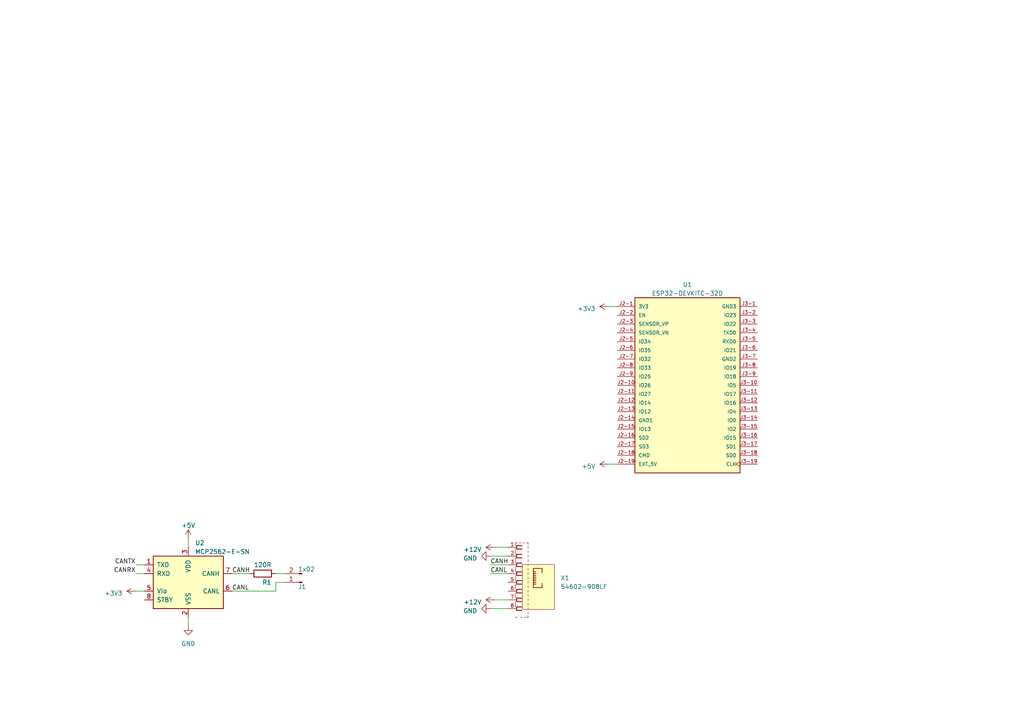
<source format=kicad_sch>
(kicad_sch (version 20230121) (generator eeschema)
  (paper "A4")
  (title_block (title "Prop Template") (date "2023-04-26") (rev "v0.0") (company "Adam Billingsley"))
  (lib_symbols
    (symbol "54602-908LF:54602-908LF" (pin_names (offset 1.016) hide)
      (property "Reference" "X" (at 5.08 10.16 0))
      (property "Value" "54602-908LF" (at 5.08 -10.1854 0))
      (symbol "54602-908LF_0_0"
        (polyline (pts (xy -0.381 -10.16) (xy 0.254 -10.16)) (stroke (width 0.127)))
        (polyline (pts (xy -0.381 -5.588) (xy -0.381 -7.112)) (stroke (width 0.127)))
        (polyline (pts (xy -0.381 -3.048) (xy -0.381 -4.572)) (stroke (width 0.127)))
        (polyline (pts (xy -0.381 -0.508) (xy -0.381 -2.032)) (stroke (width 0.127)))
        (polyline (pts (xy -0.381 2.032) (xy -0.381 0.508)) (stroke (width 0.127)))
        (polyline (pts (xy -0.381 4.572) (xy -0.381 3.048)) (stroke (width 0.127)))
        (polyline (pts (xy -0.381 7.112) (xy -0.381 5.588)) (stroke (width 0.127)))
        (polyline (pts (xy -0.381 9.652) (xy -0.381 8.128)) (stroke (width 0.127)))
        (polyline (pts (xy -0.381 11.43) (xy -0.381 10.668)) (stroke (width 0.127)))
        (polyline (pts (xy 0 -8.128) (xy 1.524 -8.128)) (stroke (width 0.254)))
        (polyline (pts (xy 0 -7.112) (xy 0 -8.128)) (stroke (width 0.254)))
        (polyline (pts (xy 0 -5.588) (xy 1.524 -5.588)) (stroke (width 0.254)))
        (polyline (pts (xy 0 -4.572) (xy 0 -5.588)) (stroke (width 0.254)))
        (polyline (pts (xy 0 -3.048) (xy 1.524 -3.048)) (stroke (width 0.254)))
        (polyline (pts (xy 0 -2.032) (xy 0 -3.048)) (stroke (width 0.254)))
        (polyline (pts (xy 0 -0.508) (xy 1.524 -0.508)) (stroke (width 0.254)))
        (polyline (pts (xy 0 0.508) (xy 0 -0.508)) (stroke (width 0.254)))
        (polyline (pts (xy 0 2.032) (xy 1.524 2.032)) (stroke (width 0.254)))
        (polyline (pts (xy 0 3.048) (xy 0 2.032)) (stroke (width 0.254)))
        (polyline (pts (xy 0 4.572) (xy 1.524 4.572)) (stroke (width 0.254)))
        (polyline (pts (xy 0 5.588) (xy 0 4.572)) (stroke (width 0.254)))
        (polyline (pts (xy 0 7.112) (xy 1.524 7.112)) (stroke (width 0.254)))
        (polyline (pts (xy 0 8.128) (xy 0 7.112)) (stroke (width 0.254)))
        (polyline (pts (xy 0 9.652) (xy 1.524 9.652)) (stroke (width 0.254)))
        (polyline (pts (xy 0 10.668) (xy 0 9.652)) (stroke (width 0.254)))
        (polyline (pts (xy 0.254 11.43) (xy -0.381 11.43)) (stroke (width 0.127)))
        (polyline (pts (xy 1.016 -10.16) (xy 1.524 -10.16)) (stroke (width 0.127)))
        (polyline (pts (xy 1.27 11.43) (xy 0.762 11.43)) (stroke (width 0.127)))
        (polyline (pts (xy 1.524 -7.112) (xy 0 -7.112)) (stroke (width 0.254)))
        (polyline (pts (xy 1.524 -4.572) (xy 0 -4.572)) (stroke (width 0.254)))
        (polyline (pts (xy 1.524 -2.032) (xy 0 -2.032)) (stroke (width 0.254)))
        (polyline (pts (xy 1.524 0.508) (xy 0 0.508)) (stroke (width 0.254)))
        (polyline (pts (xy 1.524 3.048) (xy 0 3.048)) (stroke (width 0.254)))
        (polyline (pts (xy 1.524 5.588) (xy 0 5.588)) (stroke (width 0.254)))
        (polyline (pts (xy 1.524 8.128) (xy 0 8.128)) (stroke (width 0.254)))
        (polyline (pts (xy 1.524 10.668) (xy 0 10.668)) (stroke (width 0.254)))
        (polyline (pts (xy 2.286 -10.16) (xy 2.794 -10.16)) (stroke (width 0.127)))
        (polyline (pts (xy 2.286 11.43) (xy 1.778 11.43)) (stroke (width 0.127)))
        (polyline (pts (xy 3.048 -10.16) (xy 3.302 -10.16)) (stroke (width 0.127)))
        (polyline (pts (xy 3.302 -10.16) (xy 3.302 -9.652)) (stroke (width 0.127)))
        (polyline (pts (xy 3.302 -9.144) (xy 3.302 -8.636)) (stroke (width 0.127)))
        (polyline (pts (xy 3.302 -7.874) (xy 3.302 -7.366)) (stroke (width 0.127)))
        (polyline (pts (xy 3.302 -6.604) (xy 3.302 -6.096)) (stroke (width 0.127)))
        (polyline (pts (xy 3.302 -5.334) (xy 3.302 -4.826)) (stroke (width 0.127)))
        (polyline (pts (xy 3.302 -4.064) (xy 3.302 -3.556)) (stroke (width 0.127)))
        (polyline (pts (xy 3.302 -2.794) (xy 3.302 -2.286)) (stroke (width 0.127)))
        (polyline (pts (xy 3.302 -1.524) (xy 3.302 -1.016)) (stroke (width 0.127)))
        (polyline (pts (xy 3.302 -0.254) (xy 3.302 0.254)) (stroke (width 0.127)))
        (polyline (pts (xy 3.302 1.016) (xy 3.302 1.524)) (stroke (width 0.127)))
        (polyline (pts (xy 3.302 2.286) (xy 3.302 2.794)) (stroke (width 0.127)))
        (polyline (pts (xy 3.302 3.556) (xy 3.302 4.064)) (stroke (width 0.127)))
        (polyline (pts (xy 3.302 4.826) (xy 3.302 5.334)) (stroke (width 0.127)))
        (polyline (pts (xy 3.302 6.096) (xy 3.302 6.604)) (stroke (width 0.127)))
        (polyline (pts (xy 3.302 7.366) (xy 3.302 7.874)) (stroke (width 0.127)))
        (polyline (pts (xy 3.302 8.636) (xy 3.302 9.144)) (stroke (width 0.127)))
        (polyline (pts (xy 3.302 9.906) (xy 3.302 10.414)) (stroke (width 0.127)))
        (polyline (pts (xy 3.302 10.922) (xy 3.302 11.43)) (stroke (width 0.127)))
        (polyline (pts (xy 3.302 11.43) (xy 2.794 11.43)) (stroke (width 0.127)))
        (polyline (pts (xy 4.826 -1.524) (xy 7.366 -1.524)) (stroke (width 0.2032)))
        (polyline (pts (xy 4.826 -0.508) (xy 4.826 -1.524)) (stroke (width 0.2032)))
        (polyline (pts (xy 4.826 -0.508) (xy 5.588 -0.508)) (stroke (width 0.2032)))
        (polyline (pts (xy 4.826 0) (xy 4.826 -0.508)) (stroke (width 0.2032)))
        (polyline (pts (xy 4.826 0) (xy 5.588 0)) (stroke (width 0.2032)))
        (polyline (pts (xy 4.826 0.508) (xy 4.826 0)) (stroke (width 0.2032)))
        (polyline (pts (xy 4.826 0.508) (xy 5.588 0.508)) (stroke (width 0.2032)))
        (polyline (pts (xy 4.826 1.016) (xy 4.826 0.508)) (stroke (width 0.2032)))
        (polyline (pts (xy 4.826 1.016) (xy 5.588 1.016)) (stroke (width 0.2032)))
        (polyline (pts (xy 4.826 1.524) (xy 4.826 1.016)) (stroke (width 0.2032)))
        (polyline (pts (xy 4.826 1.524) (xy 5.588 1.524)) (stroke (width 0.2032)))
        (polyline (pts (xy 4.826 2.032) (xy 4.826 1.524)) (stroke (width 0.2032)))
        (polyline (pts (xy 4.826 2.032) (xy 5.588 2.032)) (stroke (width 0.2032)))
        (polyline (pts (xy 4.826 2.54) (xy 4.826 2.032)) (stroke (width 0.2032)))
        (polyline (pts (xy 4.826 2.54) (xy 5.588 2.54)) (stroke (width 0.2032)))
        (polyline (pts (xy 4.826 3.048) (xy 4.826 2.54)) (stroke (width 0.2032)))
        (polyline (pts (xy 4.826 3.048) (xy 5.588 3.048)) (stroke (width 0.2032)))
        (polyline (pts (xy 4.826 4.064) (xy 4.826 3.048)) (stroke (width 0.2032)))
        (polyline (pts (xy 7.366 -1.524) (xy 7.366 -0.254)) (stroke (width 0.2032)))
        (polyline (pts (xy 7.366 2.794) (xy 7.366 4.064)) (stroke (width 0.2032)))
        (polyline (pts (xy 7.366 4.064) (xy 4.826 4.064)) (stroke (width 0.2032)))
        (rectangle (start 1.651 -7.7978) (end 10.922 5.1562) (stroke (width 0.127)) (fill (type background)))
        (pin passive line (at -2.54 10.16 0) (length 2.54) (name "~") (number "1"))
        (pin passive line (at -2.54 7.62 0) (length 2.54) (name "~") (number "2"))
        (pin passive line (at -2.54 5.08 0) (length 2.54) (name "~") (number "3"))
        (pin passive line (at -2.54 2.54 0) (length 2.54) (name "~") (number "4"))
        (pin passive line (at -2.54 0 0) (length 2.54) (name "~") (number "5"))
        (pin passive line (at -2.54 -2.54 0) (length 2.54) (name "~") (number "6"))
        (pin passive line (at -2.54 -5.08 0) (length 2.54) (name "~") (number "7"))
        (pin passive line (at -2.54 -7.62 0) (length 2.54) (name "~") (number "8"))
      )
    )
    (symbol "Connector:Conn_01x02_Pin" (pin_names (offset 1.016) hide)
      (property "Reference" "J" (at 0 2.54 0))
      (property "Value" "Conn_01x02_Pin" (at 0 -5.08 0))
      (symbol "Conn_01x02_Pin_1_1"
        (polyline (pts (xy 1.27 -2.54) (xy 0.8636 -2.54)) (stroke (width 0.1524)))
        (polyline (pts (xy 1.27 0) (xy 0.8636 0)) (stroke (width 0.1524)))
        (rectangle (start 0.8636 -2.413) (end 0 -2.667) (stroke (width 0.1524)) (fill (type outline)))
        (rectangle (start 0.8636 0.127) (end 0 -0.127) (stroke (width 0.1524)) (fill (type outline)))
        (pin passive line (at 5.08 0 180) (length 3.81) (name "Pin_1") (number "1"))
        (pin passive line (at 5.08 -2.54 180) (length 3.81) (name "Pin_2") (number "2"))
      )
    )
    (symbol "Device:R" (pin_numbers hide) (pin_names (offset 0))
      (property "Reference" "R" (at 2.032 0 90))
      (property "Value" "R" (at 0 0 90))
      (symbol "R_0_1"
        (rectangle (start -1.016 -2.54) (end 1.016 2.54) (stroke (width 0.254)))
      )
      (symbol "R_1_1"
        (pin passive line (at 0 3.81 270) (length 1.27) (name "~") (number "1"))
        (pin passive line (at 0 -3.81 90) (length 1.27) (name "~") (number "2"))
      )
    )
    (symbol "ESP32-DEVKITC-32D:ESP32-DEVKITC-32D" (pin_names (offset 1.016))
      (property "Reference" "U" (at -15.2572 26.0643 0))
      (property "Value" "ESP32-DEVKITC-32D" (at -15.2563 -27.9698 0))
      (symbol "ESP32-DEVKITC-32D_0_0"
        (rectangle (start -15.24 -25.4) (end 15.24 25.4) (stroke (width 0.254)) (fill (type background)))
        (pin power_in line (at -20.32 22.86 0) (length 5.08) (name "3V3") (number "J2-1"))
        (pin bidirectional line (at -20.32 0 0) (length 5.08) (name "IO26") (number "J2-10"))
        (pin bidirectional line (at -20.32 -2.54 0) (length 5.08) (name "IO27") (number "J2-11"))
        (pin bidirectional line (at -20.32 -5.08 0) (length 5.08) (name "IO14") (number "J2-12"))
        (pin bidirectional line (at -20.32 -7.62 0) (length 5.08) (name "IO12") (number "J2-13"))
        (pin power_in line (at -20.32 -10.16 0) (length 5.08) (name "GND1") (number "J2-14"))
        (pin bidirectional line (at -20.32 -12.7 0) (length 5.08) (name "IO13") (number "J2-15"))
        (pin bidirectional line (at -20.32 -15.24 0) (length 5.08) (name "SD2") (number "J2-16"))
        (pin bidirectional line (at -20.32 -17.78 0) (length 5.08) (name "SD3") (number "J2-17"))
        (pin bidirectional line (at -20.32 -20.32 0) (length 5.08) (name "CMD") (number "J2-18"))
        (pin power_in line (at -20.32 -22.86 0) (length 5.08) (name "EXT_5V") (number "J2-19"))
        (pin input line (at -20.32 20.32 0) (length 5.08) (name "EN") (number "J2-2"))
        (pin input line (at -20.32 17.78 0) (length 5.08) (name "SENSOR_VP") (number "J2-3"))
        (pin input line (at -20.32 15.24 0) (length 5.08) (name "SENSOR_VN") (number "J2-4"))
        (pin bidirectional line (at -20.32 12.7 0) (length 5.08) (name "IO34") (number "J2-5"))
        (pin bidirectional line (at -20.32 10.16 0) (length 5.08) (name "IO35") (number "J2-6"))
        (pin bidirectional line (at -20.32 7.62 0) (length 5.08) (name "IO32") (number "J2-7"))
        (pin bidirectional line (at -20.32 5.08 0) (length 5.08) (name "IO33") (number "J2-8"))
        (pin bidirectional line (at -20.32 2.54 0) (length 5.08) (name "IO25") (number "J2-9"))
        (pin power_in line (at 20.32 22.86 180) (length 5.08) (name "GND3") (number "J3-1"))
        (pin bidirectional line (at 20.32 0 180) (length 5.08) (name "IO5") (number "J3-10"))
        (pin bidirectional line (at 20.32 -2.54 180) (length 5.08) (name "IO17") (number "J3-11"))
        (pin bidirectional line (at 20.32 -5.08 180) (length 5.08) (name "IO16") (number "J3-12"))
        (pin bidirectional line (at 20.32 -7.62 180) (length 5.08) (name "IO4") (number "J3-13"))
        (pin bidirectional line (at 20.32 -10.16 180) (length 5.08) (name "IO0") (number "J3-14"))
        (pin bidirectional line (at 20.32 -12.7 180) (length 5.08) (name "IO2") (number "J3-15"))
        (pin bidirectional line (at 20.32 -15.24 180) (length 5.08) (name "IO15") (number "J3-16"))
        (pin bidirectional line (at 20.32 -17.78 180) (length 5.08) (name "SD1") (number "J3-17"))
        (pin bidirectional line (at 20.32 -20.32 180) (length 5.08) (name "SD0") (number "J3-18"))
        (pin input clock (at 20.32 -22.86 180) (length 5.08) (name "CLK") (number "J3-19"))
        (pin bidirectional line (at 20.32 20.32 180) (length 5.08) (name "IO23") (number "J3-2"))
        (pin bidirectional line (at 20.32 17.78 180) (length 5.08) (name "IO22") (number "J3-3"))
        (pin output line (at 20.32 15.24 180) (length 5.08) (name "TXD0") (number "J3-4"))
        (pin input line (at 20.32 12.7 180) (length 5.08) (name "RXD0") (number "J3-5"))
        (pin bidirectional line (at 20.32 10.16 180) (length 5.08) (name "IO21") (number "J3-6"))
        (pin power_in line (at 20.32 7.62 180) (length 5.08) (name "GND2") (number "J3-7"))
        (pin bidirectional line (at 20.32 5.08 180) (length 5.08) (name "IO19") (number "J3-8"))
        (pin bidirectional line (at 20.32 2.54 180) (length 5.08) (name "IO18") (number "J3-9"))
      )
    )
    (symbol "Interface_CAN_LIN:MCP2562-E-SN" (pin_names (offset 1.016))
      (property "Reference" "U" (at -10.16 8.89 0))
      (property "Value" "MCP2562-E-SN" (at 2.54 8.89 0))
      (symbol "MCP2562-E-SN_0_1"
        (rectangle (start -10.16 7.62) (end 10.16 -7.62) (stroke (width 0.254)) (fill (type background)))
      )
      (symbol "MCP2562-E-SN_1_1"
        (pin input line (at -12.7 5.08 0) (length 2.54) (name "TXD") (number "1"))
        (pin power_in line (at 0 -10.16 90) (length 2.54) (name "VSS") (number "2"))
        (pin power_in line (at 0 10.16 270) (length 2.54) (name "VDD") (number "3"))
        (pin output line (at -12.7 2.54 0) (length 2.54) (name "RXD") (number "4"))
        (pin power_in line (at -12.7 -2.54 0) (length 2.54) (name "Vio") (number "5"))
        (pin bidirectional line (at 12.7 -2.54 180) (length 2.54) (name "CANL") (number "6"))
        (pin bidirectional line (at 12.7 2.54 180) (length 2.54) (name "CANH") (number "7"))
        (pin input line (at -12.7 -5.08 0) (length 2.54) (name "STBY") (number "8"))
      )
    )
    (symbol "power:+12V" (power) (pin_names (offset 0))
      (property "Value" "+12V" (at 0 3.556 0))
      (symbol "+12V_0_1"
        (polyline (pts (xy -0.762 1.27) (xy 0 2.54)))
        (polyline (pts (xy 0 0) (xy 0 2.54)))
        (polyline (pts (xy 0 2.54) (xy 0.762 1.27)))
      )
      (symbol "+12V_1_1"
        (pin power_in line (at 0 0 90) (length 0) hide (name "+12V") (number "1"))
      )
    )
    (symbol "power:+3V3" (power) (pin_names (offset 0))
      (property "Value" "+3V3" (at 0 3.556 0))
      (symbol "+3V3_0_1"
        (polyline (pts (xy -0.762 1.27) (xy 0 2.54)))
        (polyline (pts (xy 0 0) (xy 0 2.54)))
        (polyline (pts (xy 0 2.54) (xy 0.762 1.27)))
      )
      (symbol "+3V3_1_1"
        (pin power_in line (at 0 0 90) (length 0) hide (name "+3V3") (number "1"))
      )
    )
    (symbol "power:+5V" (power) (pin_names (offset 0))
      (property "Value" "+5V" (at 0 3.556 0))
      (symbol "+5V_0_1"
        (polyline (pts (xy -0.762 1.27) (xy 0 2.54)))
        (polyline (pts (xy 0 0) (xy 0 2.54)))
        (polyline (pts (xy 0 2.54) (xy 0.762 1.27)))
      )
      (symbol "+5V_1_1"
        (pin power_in line (at 0 0 90) (length 0) hide (name "+5V") (number "1"))
      )
    )
    (symbol "power:GND" (power) (pin_names (offset 0))
      (property "Value" "GND" (at 0 -3.81 0))
      (symbol "GND_0_1"
        (polyline (pts (xy 0 0) (xy 0 -1.27) (xy 1.27 -1.27) (xy 0 -2.54) (xy -1.27 -1.27) (xy 0 -1.27)))
      )
      (symbol "GND_1_1"
        (pin power_in line (at 0 0 270) (length 0) hide (name "GND") (number "1"))
      )
    )
  )
  (wire (pts (xy 80.01 168.91) (xy 82.55 168.91)))
  (wire (pts (xy 142.24 163.83) (xy 147.32 163.83)))
  (wire (pts (xy 142.24 166.37) (xy 147.32 166.37)))
  (wire (pts (xy 80.01 168.91) (xy 80.01 171.45)))
  (wire (pts (xy 39.37 166.37) (xy 41.91 166.37)))
  (wire (pts (xy 80.01 171.45) (xy 67.31 171.45)))
  (wire (pts (xy 39.37 163.83) (xy 41.91 163.83)))
  (wire (pts (xy 39.37 171.45) (xy 41.91 171.45)))
  (wire (pts (xy 176.53 134.62) (xy 179.07 134.62)))
  (wire (pts (xy 143.51 158.75) (xy 147.32 158.75)))
  (wire (pts (xy 54.61 156.21) (xy 54.61 158.75)))
  (wire (pts (xy 142.24 176.53) (xy 147.32 176.53)))
  (wire (pts (xy 143.51 173.99) (xy 147.32 173.99)))
  (wire (pts (xy 54.61 179.07) (xy 54.61 181.61)))
  (wire (pts (xy 80.01 166.37) (xy 82.55 166.37)))
  (wire (pts (xy 72.39 166.37) (xy 67.31 166.37)))
  (wire (pts (xy 176.53 88.9) (xy 179.07 88.9)))
  (wire (pts (xy 142.24 161.29) (xy 147.32 161.29)))
  (label "CANH" (at 142.24 163.83 0))
  (label "CANH" (at 67.31 166.37 0))
  (label "CANRX" (at 39.37 166.37 180))
  (label "CANL" (at 67.31 171.45 0))
  (label "CANL" (at 142.24 166.37 0))
  (label "CANTX" (at 39.37 163.83 180))
  (symbol (lib_id "Interface_CAN_LIN:MCP2562-E-SN") (at 54.61 168.91 0) (unit 1)
    (property "Reference" "U2" (at 56.5659 157.48 0) (effects (justify left)))
    (property "Value" "MCP2562-E-SN" (at 56.5659 160.02 0) (effects (justify left)))
    (property "Footprint" "Package_SO:SOIC-8_3.9x4.9mm_P1.27mm" (effects hide))
    (property "Datasheet" "http://ww1.microchip.com/downloads/en/DeviceDoc/25167A.pdf" (effects hide))
  )
  (symbol (lib_id "power:+12V") (at 143.51 173.99 90) (unit 1)
    (property "Reference" "#PWR07" (effects hide))
    (property "Value" "+12V" (at 139.7 174.625 90) (effects (justify left)))
  )
  (symbol (lib_id "ESP32-DEVKITC-32D:ESP32-DEVKITC-32D") (at 199.39 111.76 0) (unit 1)
    (property "Reference" "U1" (at 199.39 82.55 0))
    (property "Value" "ESP32-DEVKITC-32D" (at 199.39 85.09 0))
    (property "Footprint" "MODULE_ESP32-DEVKITC-32D" (effects hide))
    (property "SNAPEDA_PN" "ESP32-DEVKITC-32D" (effects hide))
    (property "MANUFACTURER" "Espressif Systems" (effects hide))
    (property "STANDARD" "Manufacturer Recommendations" (effects hide))
    (property "MAXIMUM_PACKAGE_HEIGHT" "N/A" (effects hide))
    (property "PARTREV" "V4" (effects hide))
  )
  (symbol (lib_id "power:GND") (at 142.24 176.53 270) (unit 1)
    (property "Reference" "#PWR08" (effects hide))
    (property "Value" "GND" (at 138.43 177.165 90) (effects (justify right)))
  )
  (symbol (lib_id "power:GND") (at 54.61 181.61 0) (unit 1)
    (property "Reference" "#PWR04" (effects hide))
    (property "Value" "GND" (at 54.61 186.69 0))
  )
  (symbol (lib_id "power:GND") (at 142.24 161.29 270) (unit 1)
    (property "Reference" "#PWR09" (effects hide))
    (property "Value" "GND" (at 138.43 161.925 90) (effects (justify right)))
  )
  (symbol (lib_id "power:+12V") (at 143.51 158.75 90) (unit 1)
    (property "Reference" "#PWR06" (effects hide))
    (property "Value" "+12V" (at 139.7 159.385 90) (effects (justify left)))
  )
  (symbol (lib_id "power:+5V") (at 176.53 134.62 90) (unit 1)
    (property "Reference" "#PWR05" (effects hide))
    (property "Value" "+5V" (at 172.72 135.255 90) (effects (justify left)))
  )
  (symbol (lib_id "power:+3V3") (at 176.53 88.9 90) (unit 1)
    (property "Reference" "#PWR02" (effects hide))
    (property "Value" "+3V3" (at 172.72 89.535 90) (effects (justify left)))
  )
  (symbol (lib_id "Connector:Conn_01x02_Pin") (at 87.63 168.91 180) (unit 1)
    (property "Reference" "J1" (at 87.63 170.18 0))
    (property "Value" "1x02" (at 88.9 165.1 0))
    (property "Footprint" "Connector_PinHeader_2.54mm:PinHeader_1x02_P2.54mm_Vertical" (effects hide))
  )
  (symbol (lib_id "power:+5V") (at 54.61 156.21 0) (unit 1)
    (property "Reference" "#PWR03" (effects hide))
    (property "Value" "+5V" (at 54.61 152.4 0))
  )
  (symbol (lib_id "Device:R") (at 76.2 166.37 90) (unit 1)
    (property "Reference" "R1" (at 78.74 168.91 90) (effects (justify left)))
    (property "Value" "120R" (at 78.74 163.83 90) (effects (justify left)))
    (property "Footprint" "Resistor_SMD:R_0603_1608Metric" (effects hide))
  )
  (symbol (lib_id "54602-908LF:54602-908LF") (at 149.86 168.91 0) (unit 1)
    (property "Reference" "X1" (at 162.56 167.64 0) (effects (justify left)))
    (property "Value" "54602-908LF" (at 162.56 170.18 0) (effects (justify left)))
    (property "Footprint" "footprints:54602-908LF" (effects hide))
    (property "Datasheet" "https://cdn.amphenol-cs.com/media/wysiwyg/files/documentation/datasheet/inputoutput/io_modularjack.pdf" (effects hide))
    (property "Digikey" "609-1046-ND" (effects hide))
  )
  (symbol (lib_id "power:+3V3") (at 39.37 171.45 90) (unit 1)
    (property "Reference" "#PWR01" (effects hide))
    (property "Value" "+3V3" (at 35.56 172.085 90) (effects (justify left)))
  )
)
</source>
